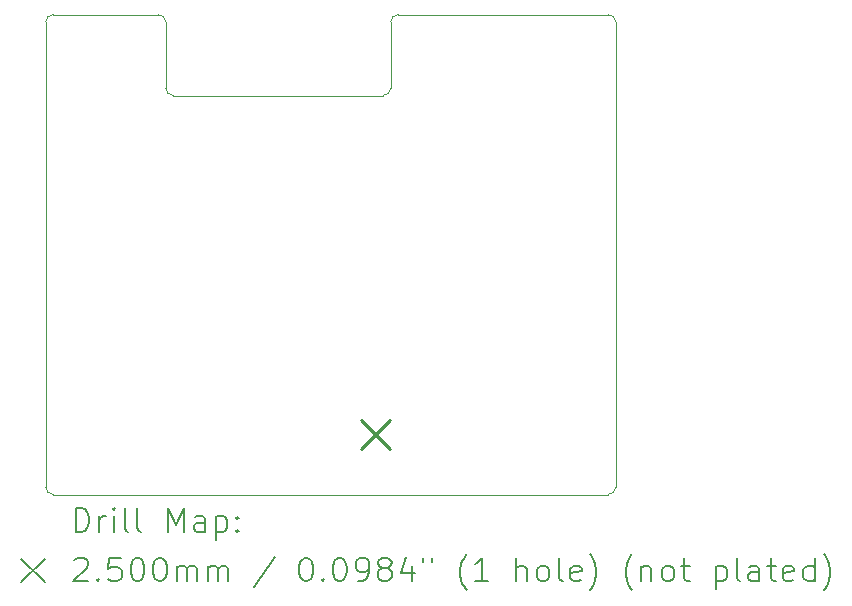
<source format=gbr>
%TF.GenerationSoftware,KiCad,Pcbnew,6.0.9-8da3e8f707~116~ubuntu20.04.1*%
%TF.CreationDate,2022-12-23T11:27:02+01:00*%
%TF.ProjectId,z_pmod,7a5f706d-6f64-42e6-9b69-6361645f7063,rev?*%
%TF.SameCoordinates,Original*%
%TF.FileFunction,Drillmap*%
%TF.FilePolarity,Positive*%
%FSLAX45Y45*%
G04 Gerber Fmt 4.5, Leading zero omitted, Abs format (unit mm)*
G04 Created by KiCad (PCBNEW 6.0.9-8da3e8f707~116~ubuntu20.04.1) date 2022-12-23 11:27:02*
%MOMM*%
%LPD*%
G01*
G04 APERTURE LIST*
%ADD10C,0.100000*%
%ADD11C,0.200000*%
%ADD12C,0.250000*%
G04 APERTURE END LIST*
D10*
X15938500Y-10922000D02*
G75*
G03*
X16002000Y-10858500I0J63500D01*
G01*
X12192000Y-6921500D02*
G75*
G03*
X12128500Y-6858000I-63500J0D01*
G01*
X14160500Y-6858000D02*
G75*
G03*
X14097000Y-6921500I0J-63500D01*
G01*
X11176000Y-6921500D02*
X11176000Y-10858500D01*
X14097000Y-6921500D02*
X14097000Y-7480300D01*
X15938500Y-6858000D02*
X14160500Y-6858000D01*
X11176000Y-10858500D02*
G75*
G03*
X11239500Y-10922000I63500J0D01*
G01*
X11239500Y-6858000D02*
G75*
G03*
X11176000Y-6921500I0J-63500D01*
G01*
X12192000Y-7480300D02*
X12192000Y-6921500D01*
X14033500Y-7543800D02*
G75*
G03*
X14097000Y-7480300I0J63500D01*
G01*
X16002000Y-10858500D02*
X16002000Y-6921500D01*
X12128500Y-6858000D02*
X11239500Y-6858000D01*
X16002000Y-6921500D02*
G75*
G03*
X15938500Y-6858000I-63500J0D01*
G01*
X12192000Y-7480300D02*
G75*
G03*
X12255500Y-7543800I63500J0D01*
G01*
X14033500Y-7543800D02*
X12255500Y-7543800D01*
X11239500Y-10922000D02*
X15938500Y-10922000D01*
D11*
D12*
X13845000Y-10289000D02*
X14095000Y-10539000D01*
X14095000Y-10289000D02*
X13845000Y-10539000D01*
D11*
X11428619Y-11237476D02*
X11428619Y-11037476D01*
X11476238Y-11037476D01*
X11504809Y-11047000D01*
X11523857Y-11066048D01*
X11533381Y-11085095D01*
X11542905Y-11123190D01*
X11542905Y-11151762D01*
X11533381Y-11189857D01*
X11523857Y-11208905D01*
X11504809Y-11227952D01*
X11476238Y-11237476D01*
X11428619Y-11237476D01*
X11628619Y-11237476D02*
X11628619Y-11104143D01*
X11628619Y-11142238D02*
X11638143Y-11123190D01*
X11647667Y-11113667D01*
X11666714Y-11104143D01*
X11685762Y-11104143D01*
X11752428Y-11237476D02*
X11752428Y-11104143D01*
X11752428Y-11037476D02*
X11742905Y-11047000D01*
X11752428Y-11056524D01*
X11761952Y-11047000D01*
X11752428Y-11037476D01*
X11752428Y-11056524D01*
X11876238Y-11237476D02*
X11857190Y-11227952D01*
X11847667Y-11208905D01*
X11847667Y-11037476D01*
X11981000Y-11237476D02*
X11961952Y-11227952D01*
X11952428Y-11208905D01*
X11952428Y-11037476D01*
X12209571Y-11237476D02*
X12209571Y-11037476D01*
X12276238Y-11180333D01*
X12342905Y-11037476D01*
X12342905Y-11237476D01*
X12523857Y-11237476D02*
X12523857Y-11132714D01*
X12514333Y-11113667D01*
X12495286Y-11104143D01*
X12457190Y-11104143D01*
X12438143Y-11113667D01*
X12523857Y-11227952D02*
X12504809Y-11237476D01*
X12457190Y-11237476D01*
X12438143Y-11227952D01*
X12428619Y-11208905D01*
X12428619Y-11189857D01*
X12438143Y-11170810D01*
X12457190Y-11161286D01*
X12504809Y-11161286D01*
X12523857Y-11151762D01*
X12619095Y-11104143D02*
X12619095Y-11304143D01*
X12619095Y-11113667D02*
X12638143Y-11104143D01*
X12676238Y-11104143D01*
X12695286Y-11113667D01*
X12704809Y-11123190D01*
X12714333Y-11142238D01*
X12714333Y-11199381D01*
X12704809Y-11218428D01*
X12695286Y-11227952D01*
X12676238Y-11237476D01*
X12638143Y-11237476D01*
X12619095Y-11227952D01*
X12800048Y-11218428D02*
X12809571Y-11227952D01*
X12800048Y-11237476D01*
X12790524Y-11227952D01*
X12800048Y-11218428D01*
X12800048Y-11237476D01*
X12800048Y-11113667D02*
X12809571Y-11123190D01*
X12800048Y-11132714D01*
X12790524Y-11123190D01*
X12800048Y-11113667D01*
X12800048Y-11132714D01*
X10971000Y-11467000D02*
X11171000Y-11667000D01*
X11171000Y-11467000D02*
X10971000Y-11667000D01*
X11419095Y-11476524D02*
X11428619Y-11467000D01*
X11447667Y-11457476D01*
X11495286Y-11457476D01*
X11514333Y-11467000D01*
X11523857Y-11476524D01*
X11533381Y-11495571D01*
X11533381Y-11514619D01*
X11523857Y-11543190D01*
X11409571Y-11657476D01*
X11533381Y-11657476D01*
X11619095Y-11638428D02*
X11628619Y-11647952D01*
X11619095Y-11657476D01*
X11609571Y-11647952D01*
X11619095Y-11638428D01*
X11619095Y-11657476D01*
X11809571Y-11457476D02*
X11714333Y-11457476D01*
X11704809Y-11552714D01*
X11714333Y-11543190D01*
X11733381Y-11533667D01*
X11781000Y-11533667D01*
X11800048Y-11543190D01*
X11809571Y-11552714D01*
X11819095Y-11571762D01*
X11819095Y-11619381D01*
X11809571Y-11638428D01*
X11800048Y-11647952D01*
X11781000Y-11657476D01*
X11733381Y-11657476D01*
X11714333Y-11647952D01*
X11704809Y-11638428D01*
X11942905Y-11457476D02*
X11961952Y-11457476D01*
X11981000Y-11467000D01*
X11990524Y-11476524D01*
X12000048Y-11495571D01*
X12009571Y-11533667D01*
X12009571Y-11581286D01*
X12000048Y-11619381D01*
X11990524Y-11638428D01*
X11981000Y-11647952D01*
X11961952Y-11657476D01*
X11942905Y-11657476D01*
X11923857Y-11647952D01*
X11914333Y-11638428D01*
X11904809Y-11619381D01*
X11895286Y-11581286D01*
X11895286Y-11533667D01*
X11904809Y-11495571D01*
X11914333Y-11476524D01*
X11923857Y-11467000D01*
X11942905Y-11457476D01*
X12133381Y-11457476D02*
X12152428Y-11457476D01*
X12171476Y-11467000D01*
X12181000Y-11476524D01*
X12190524Y-11495571D01*
X12200048Y-11533667D01*
X12200048Y-11581286D01*
X12190524Y-11619381D01*
X12181000Y-11638428D01*
X12171476Y-11647952D01*
X12152428Y-11657476D01*
X12133381Y-11657476D01*
X12114333Y-11647952D01*
X12104809Y-11638428D01*
X12095286Y-11619381D01*
X12085762Y-11581286D01*
X12085762Y-11533667D01*
X12095286Y-11495571D01*
X12104809Y-11476524D01*
X12114333Y-11467000D01*
X12133381Y-11457476D01*
X12285762Y-11657476D02*
X12285762Y-11524143D01*
X12285762Y-11543190D02*
X12295286Y-11533667D01*
X12314333Y-11524143D01*
X12342905Y-11524143D01*
X12361952Y-11533667D01*
X12371476Y-11552714D01*
X12371476Y-11657476D01*
X12371476Y-11552714D02*
X12381000Y-11533667D01*
X12400048Y-11524143D01*
X12428619Y-11524143D01*
X12447667Y-11533667D01*
X12457190Y-11552714D01*
X12457190Y-11657476D01*
X12552428Y-11657476D02*
X12552428Y-11524143D01*
X12552428Y-11543190D02*
X12561952Y-11533667D01*
X12581000Y-11524143D01*
X12609571Y-11524143D01*
X12628619Y-11533667D01*
X12638143Y-11552714D01*
X12638143Y-11657476D01*
X12638143Y-11552714D02*
X12647667Y-11533667D01*
X12666714Y-11524143D01*
X12695286Y-11524143D01*
X12714333Y-11533667D01*
X12723857Y-11552714D01*
X12723857Y-11657476D01*
X13114333Y-11447952D02*
X12942905Y-11705095D01*
X13371476Y-11457476D02*
X13390524Y-11457476D01*
X13409571Y-11467000D01*
X13419095Y-11476524D01*
X13428619Y-11495571D01*
X13438143Y-11533667D01*
X13438143Y-11581286D01*
X13428619Y-11619381D01*
X13419095Y-11638428D01*
X13409571Y-11647952D01*
X13390524Y-11657476D01*
X13371476Y-11657476D01*
X13352428Y-11647952D01*
X13342905Y-11638428D01*
X13333381Y-11619381D01*
X13323857Y-11581286D01*
X13323857Y-11533667D01*
X13333381Y-11495571D01*
X13342905Y-11476524D01*
X13352428Y-11467000D01*
X13371476Y-11457476D01*
X13523857Y-11638428D02*
X13533381Y-11647952D01*
X13523857Y-11657476D01*
X13514333Y-11647952D01*
X13523857Y-11638428D01*
X13523857Y-11657476D01*
X13657190Y-11457476D02*
X13676238Y-11457476D01*
X13695286Y-11467000D01*
X13704809Y-11476524D01*
X13714333Y-11495571D01*
X13723857Y-11533667D01*
X13723857Y-11581286D01*
X13714333Y-11619381D01*
X13704809Y-11638428D01*
X13695286Y-11647952D01*
X13676238Y-11657476D01*
X13657190Y-11657476D01*
X13638143Y-11647952D01*
X13628619Y-11638428D01*
X13619095Y-11619381D01*
X13609571Y-11581286D01*
X13609571Y-11533667D01*
X13619095Y-11495571D01*
X13628619Y-11476524D01*
X13638143Y-11467000D01*
X13657190Y-11457476D01*
X13819095Y-11657476D02*
X13857190Y-11657476D01*
X13876238Y-11647952D01*
X13885762Y-11638428D01*
X13904809Y-11609857D01*
X13914333Y-11571762D01*
X13914333Y-11495571D01*
X13904809Y-11476524D01*
X13895286Y-11467000D01*
X13876238Y-11457476D01*
X13838143Y-11457476D01*
X13819095Y-11467000D01*
X13809571Y-11476524D01*
X13800048Y-11495571D01*
X13800048Y-11543190D01*
X13809571Y-11562238D01*
X13819095Y-11571762D01*
X13838143Y-11581286D01*
X13876238Y-11581286D01*
X13895286Y-11571762D01*
X13904809Y-11562238D01*
X13914333Y-11543190D01*
X14028619Y-11543190D02*
X14009571Y-11533667D01*
X14000048Y-11524143D01*
X13990524Y-11505095D01*
X13990524Y-11495571D01*
X14000048Y-11476524D01*
X14009571Y-11467000D01*
X14028619Y-11457476D01*
X14066714Y-11457476D01*
X14085762Y-11467000D01*
X14095286Y-11476524D01*
X14104809Y-11495571D01*
X14104809Y-11505095D01*
X14095286Y-11524143D01*
X14085762Y-11533667D01*
X14066714Y-11543190D01*
X14028619Y-11543190D01*
X14009571Y-11552714D01*
X14000048Y-11562238D01*
X13990524Y-11581286D01*
X13990524Y-11619381D01*
X14000048Y-11638428D01*
X14009571Y-11647952D01*
X14028619Y-11657476D01*
X14066714Y-11657476D01*
X14085762Y-11647952D01*
X14095286Y-11638428D01*
X14104809Y-11619381D01*
X14104809Y-11581286D01*
X14095286Y-11562238D01*
X14085762Y-11552714D01*
X14066714Y-11543190D01*
X14276238Y-11524143D02*
X14276238Y-11657476D01*
X14228619Y-11447952D02*
X14181000Y-11590809D01*
X14304809Y-11590809D01*
X14371476Y-11457476D02*
X14371476Y-11495571D01*
X14447667Y-11457476D02*
X14447667Y-11495571D01*
X14742905Y-11733667D02*
X14733381Y-11724143D01*
X14714333Y-11695571D01*
X14704809Y-11676524D01*
X14695286Y-11647952D01*
X14685762Y-11600333D01*
X14685762Y-11562238D01*
X14695286Y-11514619D01*
X14704809Y-11486048D01*
X14714333Y-11467000D01*
X14733381Y-11438428D01*
X14742905Y-11428905D01*
X14923857Y-11657476D02*
X14809571Y-11657476D01*
X14866714Y-11657476D02*
X14866714Y-11457476D01*
X14847667Y-11486048D01*
X14828619Y-11505095D01*
X14809571Y-11514619D01*
X15161952Y-11657476D02*
X15161952Y-11457476D01*
X15247667Y-11657476D02*
X15247667Y-11552714D01*
X15238143Y-11533667D01*
X15219095Y-11524143D01*
X15190524Y-11524143D01*
X15171476Y-11533667D01*
X15161952Y-11543190D01*
X15371476Y-11657476D02*
X15352428Y-11647952D01*
X15342905Y-11638428D01*
X15333381Y-11619381D01*
X15333381Y-11562238D01*
X15342905Y-11543190D01*
X15352428Y-11533667D01*
X15371476Y-11524143D01*
X15400048Y-11524143D01*
X15419095Y-11533667D01*
X15428619Y-11543190D01*
X15438143Y-11562238D01*
X15438143Y-11619381D01*
X15428619Y-11638428D01*
X15419095Y-11647952D01*
X15400048Y-11657476D01*
X15371476Y-11657476D01*
X15552428Y-11657476D02*
X15533381Y-11647952D01*
X15523857Y-11628905D01*
X15523857Y-11457476D01*
X15704809Y-11647952D02*
X15685762Y-11657476D01*
X15647667Y-11657476D01*
X15628619Y-11647952D01*
X15619095Y-11628905D01*
X15619095Y-11552714D01*
X15628619Y-11533667D01*
X15647667Y-11524143D01*
X15685762Y-11524143D01*
X15704809Y-11533667D01*
X15714333Y-11552714D01*
X15714333Y-11571762D01*
X15619095Y-11590809D01*
X15781000Y-11733667D02*
X15790524Y-11724143D01*
X15809571Y-11695571D01*
X15819095Y-11676524D01*
X15828619Y-11647952D01*
X15838143Y-11600333D01*
X15838143Y-11562238D01*
X15828619Y-11514619D01*
X15819095Y-11486048D01*
X15809571Y-11467000D01*
X15790524Y-11438428D01*
X15781000Y-11428905D01*
X16142905Y-11733667D02*
X16133381Y-11724143D01*
X16114333Y-11695571D01*
X16104809Y-11676524D01*
X16095286Y-11647952D01*
X16085762Y-11600333D01*
X16085762Y-11562238D01*
X16095286Y-11514619D01*
X16104809Y-11486048D01*
X16114333Y-11467000D01*
X16133381Y-11438428D01*
X16142905Y-11428905D01*
X16219095Y-11524143D02*
X16219095Y-11657476D01*
X16219095Y-11543190D02*
X16228619Y-11533667D01*
X16247667Y-11524143D01*
X16276238Y-11524143D01*
X16295286Y-11533667D01*
X16304809Y-11552714D01*
X16304809Y-11657476D01*
X16428619Y-11657476D02*
X16409571Y-11647952D01*
X16400048Y-11638428D01*
X16390524Y-11619381D01*
X16390524Y-11562238D01*
X16400048Y-11543190D01*
X16409571Y-11533667D01*
X16428619Y-11524143D01*
X16457190Y-11524143D01*
X16476238Y-11533667D01*
X16485762Y-11543190D01*
X16495286Y-11562238D01*
X16495286Y-11619381D01*
X16485762Y-11638428D01*
X16476238Y-11647952D01*
X16457190Y-11657476D01*
X16428619Y-11657476D01*
X16552428Y-11524143D02*
X16628619Y-11524143D01*
X16581000Y-11457476D02*
X16581000Y-11628905D01*
X16590524Y-11647952D01*
X16609571Y-11657476D01*
X16628619Y-11657476D01*
X16847667Y-11524143D02*
X16847667Y-11724143D01*
X16847667Y-11533667D02*
X16866714Y-11524143D01*
X16904810Y-11524143D01*
X16923857Y-11533667D01*
X16933381Y-11543190D01*
X16942905Y-11562238D01*
X16942905Y-11619381D01*
X16933381Y-11638428D01*
X16923857Y-11647952D01*
X16904810Y-11657476D01*
X16866714Y-11657476D01*
X16847667Y-11647952D01*
X17057190Y-11657476D02*
X17038143Y-11647952D01*
X17028619Y-11628905D01*
X17028619Y-11457476D01*
X17219095Y-11657476D02*
X17219095Y-11552714D01*
X17209571Y-11533667D01*
X17190524Y-11524143D01*
X17152429Y-11524143D01*
X17133381Y-11533667D01*
X17219095Y-11647952D02*
X17200048Y-11657476D01*
X17152429Y-11657476D01*
X17133381Y-11647952D01*
X17123857Y-11628905D01*
X17123857Y-11609857D01*
X17133381Y-11590809D01*
X17152429Y-11581286D01*
X17200048Y-11581286D01*
X17219095Y-11571762D01*
X17285762Y-11524143D02*
X17361952Y-11524143D01*
X17314333Y-11457476D02*
X17314333Y-11628905D01*
X17323857Y-11647952D01*
X17342905Y-11657476D01*
X17361952Y-11657476D01*
X17504810Y-11647952D02*
X17485762Y-11657476D01*
X17447667Y-11657476D01*
X17428619Y-11647952D01*
X17419095Y-11628905D01*
X17419095Y-11552714D01*
X17428619Y-11533667D01*
X17447667Y-11524143D01*
X17485762Y-11524143D01*
X17504810Y-11533667D01*
X17514333Y-11552714D01*
X17514333Y-11571762D01*
X17419095Y-11590809D01*
X17685762Y-11657476D02*
X17685762Y-11457476D01*
X17685762Y-11647952D02*
X17666714Y-11657476D01*
X17628619Y-11657476D01*
X17609571Y-11647952D01*
X17600048Y-11638428D01*
X17590524Y-11619381D01*
X17590524Y-11562238D01*
X17600048Y-11543190D01*
X17609571Y-11533667D01*
X17628619Y-11524143D01*
X17666714Y-11524143D01*
X17685762Y-11533667D01*
X17761952Y-11733667D02*
X17771476Y-11724143D01*
X17790524Y-11695571D01*
X17800048Y-11676524D01*
X17809571Y-11647952D01*
X17819095Y-11600333D01*
X17819095Y-11562238D01*
X17809571Y-11514619D01*
X17800048Y-11486048D01*
X17790524Y-11467000D01*
X17771476Y-11438428D01*
X17761952Y-11428905D01*
M02*

</source>
